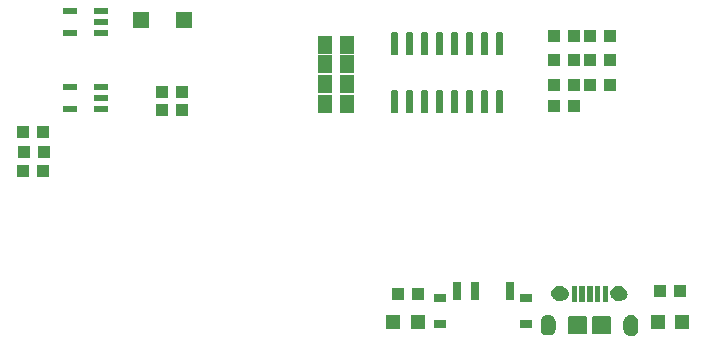
<source format=gbr>
G04 EAGLE Gerber RS-274X export*
G75*
%MOMM*%
%FSLAX34Y34*%
%LPD*%
%INSolderpaste Bottom*%
%IPPOS*%
%AMOC8*
5,1,8,0,0,1.08239X$1,22.5*%
G01*
%ADD10R,1.300000X1.500000*%
%ADD11R,1.100000X1.000000*%
%ADD12R,1.200000X1.200000*%
%ADD13R,1.400000X1.400000*%
%ADD14C,0.040638*%
%ADD15C,0.152400*%
%ADD16R,1.000000X1.100000*%
%ADD17R,1.000000X0.800000*%
%ADD18R,0.700000X1.500000*%
%ADD19C,0.150000*%
%ADD20R,1.200000X0.550000*%

G36*
X1047151Y586665D02*
X1047151Y586665D01*
X1047207Y586666D01*
X1048168Y586774D01*
X1048169Y586774D01*
X1048171Y586774D01*
X1048334Y586812D01*
X1049247Y587131D01*
X1049248Y587132D01*
X1049250Y587132D01*
X1049401Y587205D01*
X1050219Y587720D01*
X1050220Y587720D01*
X1050222Y587721D01*
X1050353Y587826D01*
X1051036Y588510D01*
X1051037Y588511D01*
X1051038Y588511D01*
X1051143Y588643D01*
X1051657Y589462D01*
X1051657Y589463D01*
X1051658Y589464D01*
X1051731Y589615D01*
X1052050Y590528D01*
X1052051Y590529D01*
X1052051Y590530D01*
X1052088Y590694D01*
X1052196Y591655D01*
X1052195Y591684D01*
X1052201Y591740D01*
X1052201Y598090D01*
X1052199Y598105D01*
X1052200Y598119D01*
X1052197Y598133D01*
X1052198Y598165D01*
X1052090Y599255D01*
X1052084Y599278D01*
X1052061Y599401D01*
X1051743Y600449D01*
X1051733Y600471D01*
X1051686Y600587D01*
X1051170Y601553D01*
X1051155Y601572D01*
X1051087Y601677D01*
X1050392Y602524D01*
X1050374Y602540D01*
X1050286Y602630D01*
X1049439Y603325D01*
X1049419Y603337D01*
X1049315Y603408D01*
X1048349Y603924D01*
X1048326Y603932D01*
X1048211Y603981D01*
X1047163Y604299D01*
X1047139Y604302D01*
X1047017Y604328D01*
X1045927Y604436D01*
X1045903Y604434D01*
X1045777Y604436D01*
X1044687Y604328D01*
X1044664Y604322D01*
X1044541Y604299D01*
X1043493Y603981D01*
X1043471Y603971D01*
X1043355Y603924D01*
X1042389Y603408D01*
X1042370Y603393D01*
X1042265Y603325D01*
X1041418Y602630D01*
X1041402Y602612D01*
X1041312Y602524D01*
X1040617Y601677D01*
X1040605Y601657D01*
X1040534Y601553D01*
X1040018Y600587D01*
X1040010Y600564D01*
X1039961Y600449D01*
X1039643Y599401D01*
X1039640Y599377D01*
X1039614Y599255D01*
X1039506Y598165D01*
X1039508Y598138D01*
X1039503Y598090D01*
X1039503Y592756D01*
X1039507Y592732D01*
X1039504Y592711D01*
X1039507Y592697D01*
X1039508Y592671D01*
X1039641Y591484D01*
X1039642Y591482D01*
X1039642Y591481D01*
X1039679Y591318D01*
X1040074Y590190D01*
X1040074Y590189D01*
X1040075Y590188D01*
X1040148Y590037D01*
X1040783Y589025D01*
X1040784Y589024D01*
X1040785Y589023D01*
X1040889Y588892D01*
X1041734Y588047D01*
X1041735Y588047D01*
X1041736Y588046D01*
X1041867Y587941D01*
X1042879Y587306D01*
X1042880Y587305D01*
X1042881Y587304D01*
X1043032Y587232D01*
X1044160Y586837D01*
X1044161Y586837D01*
X1044162Y586836D01*
X1044326Y586799D01*
X1045513Y586666D01*
X1045542Y586667D01*
X1045598Y586661D01*
X1047122Y586661D01*
X1047151Y586665D01*
G37*
G36*
X976539Y586919D02*
X976539Y586919D01*
X976595Y586920D01*
X977669Y587041D01*
X977670Y587041D01*
X977672Y587041D01*
X977835Y587078D01*
X978855Y587435D01*
X978857Y587436D01*
X978858Y587436D01*
X979009Y587509D01*
X979924Y588084D01*
X979925Y588085D01*
X979926Y588086D01*
X980057Y588191D01*
X980821Y588955D01*
X980822Y588956D01*
X980823Y588957D01*
X980928Y589088D01*
X981503Y590003D01*
X981503Y590004D01*
X981504Y590005D01*
X981577Y590157D01*
X981934Y591177D01*
X981934Y591178D01*
X981934Y591179D01*
X981971Y591343D01*
X982092Y592417D01*
X982091Y592446D01*
X982097Y592502D01*
X982097Y598852D01*
X982093Y598881D01*
X982092Y598937D01*
X981978Y599955D01*
X981977Y599956D01*
X981978Y599957D01*
X981940Y600121D01*
X981602Y601087D01*
X981601Y601088D01*
X981601Y601090D01*
X981528Y601241D01*
X980983Y602108D01*
X980982Y602109D01*
X980982Y602110D01*
X980877Y602241D01*
X980153Y602965D01*
X980152Y602966D01*
X980151Y602967D01*
X980020Y603071D01*
X979153Y603616D01*
X979151Y603616D01*
X979150Y603617D01*
X978999Y603690D01*
X978033Y604028D01*
X978031Y604028D01*
X978030Y604029D01*
X977867Y604066D01*
X976849Y604180D01*
X976820Y604179D01*
X976764Y604185D01*
X974732Y604185D01*
X974703Y604181D01*
X974647Y604180D01*
X973629Y604066D01*
X973628Y604065D01*
X973627Y604066D01*
X973463Y604028D01*
X972497Y603690D01*
X972496Y603689D01*
X972494Y603689D01*
X972343Y603616D01*
X971476Y603071D01*
X971475Y603070D01*
X971474Y603070D01*
X971343Y602965D01*
X970619Y602241D01*
X970618Y602240D01*
X970617Y602239D01*
X970513Y602108D01*
X969968Y601241D01*
X969968Y601239D01*
X969967Y601238D01*
X969894Y601087D01*
X969556Y600121D01*
X969556Y600119D01*
X969555Y600118D01*
X969544Y600071D01*
X969540Y600061D01*
X969538Y600041D01*
X969518Y599955D01*
X969404Y598937D01*
X969405Y598908D01*
X969399Y598852D01*
X969399Y591994D01*
X969403Y591965D01*
X969404Y591909D01*
X969512Y590948D01*
X969512Y590947D01*
X969512Y590945D01*
X969550Y590782D01*
X969869Y589869D01*
X969870Y589868D01*
X969870Y589867D01*
X969943Y589716D01*
X970458Y588897D01*
X970458Y588896D01*
X970459Y588894D01*
X970564Y588764D01*
X971248Y588080D01*
X971249Y588079D01*
X971249Y588078D01*
X971381Y587974D01*
X972200Y587459D01*
X972201Y587459D01*
X972202Y587458D01*
X972353Y587385D01*
X973266Y587066D01*
X973267Y587065D01*
X973268Y587065D01*
X973432Y587028D01*
X974393Y586920D01*
X974422Y586921D01*
X974478Y586915D01*
X976510Y586915D01*
X976539Y586919D01*
G37*
G36*
X987461Y616383D02*
X987461Y616383D01*
X987517Y616384D01*
X988648Y616511D01*
X988649Y616511D01*
X988650Y616511D01*
X988814Y616549D01*
X989888Y616925D01*
X989889Y616925D01*
X989890Y616925D01*
X990041Y616999D01*
X991004Y617604D01*
X991005Y617605D01*
X991007Y617605D01*
X991138Y617710D01*
X991942Y618514D01*
X991943Y618516D01*
X991944Y618516D01*
X992048Y618648D01*
X992654Y619611D01*
X992654Y619612D01*
X992655Y619613D01*
X992727Y619764D01*
X993103Y620838D01*
X993103Y620840D01*
X993104Y620841D01*
X993141Y621004D01*
X993268Y622135D01*
X993268Y622148D01*
X993270Y622295D01*
X993162Y623385D01*
X993156Y623408D01*
X993133Y623531D01*
X992815Y624579D01*
X992805Y624601D01*
X992758Y624717D01*
X992242Y625683D01*
X992227Y625702D01*
X992159Y625807D01*
X991464Y626654D01*
X991446Y626670D01*
X991358Y626760D01*
X990511Y627455D01*
X990491Y627467D01*
X990387Y627538D01*
X989421Y628054D01*
X989398Y628062D01*
X989283Y628111D01*
X988235Y628429D01*
X988211Y628432D01*
X988089Y628458D01*
X986999Y628566D01*
X986972Y628564D01*
X986924Y628569D01*
X983876Y628569D01*
X983847Y628565D01*
X983791Y628564D01*
X982773Y628450D01*
X982772Y628449D01*
X982771Y628450D01*
X982607Y628412D01*
X981641Y628074D01*
X981640Y628073D01*
X981638Y628073D01*
X981487Y628000D01*
X980620Y627455D01*
X980619Y627454D01*
X980618Y627454D01*
X980487Y627349D01*
X979763Y626625D01*
X979762Y626624D01*
X979761Y626623D01*
X979657Y626492D01*
X979112Y625625D01*
X979112Y625623D01*
X979111Y625622D01*
X979038Y625471D01*
X978700Y624505D01*
X978700Y624503D01*
X978699Y624502D01*
X978662Y624339D01*
X978548Y623321D01*
X978549Y623292D01*
X978543Y623236D01*
X978543Y622728D01*
X978547Y622702D01*
X978546Y622653D01*
X978654Y621563D01*
X978660Y621540D01*
X978683Y621417D01*
X979001Y620369D01*
X979011Y620347D01*
X979058Y620231D01*
X979574Y619265D01*
X979589Y619246D01*
X979657Y619141D01*
X980352Y618294D01*
X980370Y618278D01*
X980458Y618188D01*
X981305Y617493D01*
X981325Y617481D01*
X981429Y617410D01*
X982395Y616894D01*
X982418Y616886D01*
X982533Y616837D01*
X983581Y616519D01*
X983605Y616516D01*
X983727Y616490D01*
X984817Y616382D01*
X984844Y616384D01*
X984892Y616379D01*
X987432Y616379D01*
X987461Y616383D01*
G37*
G36*
X1037499Y616383D02*
X1037499Y616383D01*
X1037555Y616384D01*
X1038629Y616505D01*
X1038630Y616505D01*
X1038632Y616505D01*
X1038795Y616542D01*
X1039815Y616899D01*
X1039817Y616900D01*
X1039818Y616900D01*
X1039969Y616973D01*
X1040884Y617548D01*
X1040885Y617549D01*
X1040886Y617550D01*
X1041017Y617655D01*
X1041781Y618419D01*
X1041782Y618420D01*
X1041783Y618421D01*
X1041888Y618552D01*
X1042463Y619467D01*
X1042463Y619468D01*
X1042464Y619469D01*
X1042537Y619621D01*
X1042894Y620641D01*
X1042894Y620642D01*
X1042894Y620643D01*
X1042931Y620807D01*
X1043052Y621881D01*
X1043052Y621894D01*
X1043054Y622041D01*
X1042941Y623180D01*
X1042935Y623204D01*
X1042912Y623327D01*
X1042580Y624423D01*
X1042569Y624444D01*
X1042523Y624560D01*
X1041983Y625571D01*
X1041968Y625590D01*
X1041900Y625695D01*
X1041173Y626580D01*
X1041155Y626596D01*
X1041068Y626685D01*
X1040183Y627412D01*
X1040162Y627424D01*
X1040059Y627495D01*
X1039048Y628035D01*
X1039026Y628043D01*
X1038911Y628092D01*
X1037815Y628424D01*
X1037791Y628427D01*
X1037668Y628453D01*
X1036529Y628566D01*
X1036502Y628564D01*
X1036454Y628569D01*
X1033914Y628569D01*
X1033885Y628565D01*
X1033829Y628564D01*
X1032755Y628443D01*
X1032754Y628443D01*
X1032752Y628443D01*
X1032589Y628406D01*
X1031569Y628049D01*
X1031567Y628048D01*
X1031566Y628048D01*
X1031415Y627975D01*
X1030500Y627400D01*
X1030499Y627399D01*
X1030498Y627398D01*
X1030367Y627293D01*
X1029603Y626529D01*
X1029602Y626528D01*
X1029601Y626527D01*
X1029496Y626396D01*
X1028921Y625481D01*
X1028921Y625480D01*
X1028920Y625479D01*
X1028847Y625327D01*
X1028490Y624307D01*
X1028490Y624306D01*
X1028490Y624305D01*
X1028453Y624141D01*
X1028332Y623067D01*
X1028332Y623054D01*
X1028330Y622907D01*
X1028443Y621768D01*
X1028449Y621744D01*
X1028472Y621621D01*
X1028804Y620525D01*
X1028815Y620504D01*
X1028861Y620388D01*
X1029401Y619378D01*
X1029416Y619358D01*
X1029484Y619253D01*
X1030211Y618368D01*
X1030229Y618352D01*
X1030316Y618263D01*
X1031201Y617536D01*
X1031222Y617524D01*
X1031326Y617453D01*
X1032336Y616913D01*
X1032358Y616906D01*
X1032473Y616856D01*
X1033569Y616524D01*
X1033593Y616521D01*
X1033716Y616495D01*
X1034855Y616382D01*
X1034882Y616384D01*
X1034930Y616379D01*
X1037470Y616379D01*
X1037499Y616383D01*
G37*
D10*
X786600Y833000D03*
X805600Y833000D03*
D11*
X665800Y777900D03*
X648800Y777900D03*
D10*
X786600Y783200D03*
X805600Y783200D03*
D11*
X665800Y793000D03*
X648800Y793000D03*
D10*
X786600Y816400D03*
X805600Y816400D03*
X786600Y799800D03*
X805600Y799800D03*
D12*
X1089500Y598300D03*
X1068500Y598300D03*
D13*
X667800Y853700D03*
X630800Y853700D03*
D14*
X1022179Y629002D02*
X1025837Y629002D01*
X1025837Y615946D01*
X1022179Y615946D01*
X1022179Y629002D01*
X1022179Y616332D02*
X1025837Y616332D01*
X1025837Y616718D02*
X1022179Y616718D01*
X1022179Y617104D02*
X1025837Y617104D01*
X1025837Y617490D02*
X1022179Y617490D01*
X1022179Y617876D02*
X1025837Y617876D01*
X1025837Y618262D02*
X1022179Y618262D01*
X1022179Y618648D02*
X1025837Y618648D01*
X1025837Y619034D02*
X1022179Y619034D01*
X1022179Y619420D02*
X1025837Y619420D01*
X1025837Y619806D02*
X1022179Y619806D01*
X1022179Y620192D02*
X1025837Y620192D01*
X1025837Y620578D02*
X1022179Y620578D01*
X1022179Y620964D02*
X1025837Y620964D01*
X1025837Y621350D02*
X1022179Y621350D01*
X1022179Y621736D02*
X1025837Y621736D01*
X1025837Y622122D02*
X1022179Y622122D01*
X1022179Y622508D02*
X1025837Y622508D01*
X1025837Y622894D02*
X1022179Y622894D01*
X1022179Y623280D02*
X1025837Y623280D01*
X1025837Y623666D02*
X1022179Y623666D01*
X1022179Y624052D02*
X1025837Y624052D01*
X1025837Y624438D02*
X1022179Y624438D01*
X1022179Y624824D02*
X1025837Y624824D01*
X1025837Y625210D02*
X1022179Y625210D01*
X1022179Y625596D02*
X1025837Y625596D01*
X1025837Y625982D02*
X1022179Y625982D01*
X1022179Y626368D02*
X1025837Y626368D01*
X1025837Y626754D02*
X1022179Y626754D01*
X1022179Y627140D02*
X1025837Y627140D01*
X1025837Y627526D02*
X1022179Y627526D01*
X1022179Y627912D02*
X1025837Y627912D01*
X1025837Y628298D02*
X1022179Y628298D01*
X1022179Y628684D02*
X1025837Y628684D01*
X1019233Y629002D02*
X1015575Y629002D01*
X1019233Y629002D02*
X1019233Y615946D01*
X1015575Y615946D01*
X1015575Y629002D01*
X1015575Y616332D02*
X1019233Y616332D01*
X1019233Y616718D02*
X1015575Y616718D01*
X1015575Y617104D02*
X1019233Y617104D01*
X1019233Y617490D02*
X1015575Y617490D01*
X1015575Y617876D02*
X1019233Y617876D01*
X1019233Y618262D02*
X1015575Y618262D01*
X1015575Y618648D02*
X1019233Y618648D01*
X1019233Y619034D02*
X1015575Y619034D01*
X1015575Y619420D02*
X1019233Y619420D01*
X1019233Y619806D02*
X1015575Y619806D01*
X1015575Y620192D02*
X1019233Y620192D01*
X1019233Y620578D02*
X1015575Y620578D01*
X1015575Y620964D02*
X1019233Y620964D01*
X1019233Y621350D02*
X1015575Y621350D01*
X1015575Y621736D02*
X1019233Y621736D01*
X1019233Y622122D02*
X1015575Y622122D01*
X1015575Y622508D02*
X1019233Y622508D01*
X1019233Y622894D02*
X1015575Y622894D01*
X1015575Y623280D02*
X1019233Y623280D01*
X1019233Y623666D02*
X1015575Y623666D01*
X1015575Y624052D02*
X1019233Y624052D01*
X1019233Y624438D02*
X1015575Y624438D01*
X1015575Y624824D02*
X1019233Y624824D01*
X1019233Y625210D02*
X1015575Y625210D01*
X1015575Y625596D02*
X1019233Y625596D01*
X1019233Y625982D02*
X1015575Y625982D01*
X1015575Y626368D02*
X1019233Y626368D01*
X1019233Y626754D02*
X1015575Y626754D01*
X1015575Y627140D02*
X1019233Y627140D01*
X1019233Y627526D02*
X1015575Y627526D01*
X1015575Y627912D02*
X1019233Y627912D01*
X1019233Y628298D02*
X1015575Y628298D01*
X1015575Y628684D02*
X1019233Y628684D01*
X1012629Y629002D02*
X1008971Y629002D01*
X1012629Y629002D02*
X1012629Y615946D01*
X1008971Y615946D01*
X1008971Y629002D01*
X1008971Y616332D02*
X1012629Y616332D01*
X1012629Y616718D02*
X1008971Y616718D01*
X1008971Y617104D02*
X1012629Y617104D01*
X1012629Y617490D02*
X1008971Y617490D01*
X1008971Y617876D02*
X1012629Y617876D01*
X1012629Y618262D02*
X1008971Y618262D01*
X1008971Y618648D02*
X1012629Y618648D01*
X1012629Y619034D02*
X1008971Y619034D01*
X1008971Y619420D02*
X1012629Y619420D01*
X1012629Y619806D02*
X1008971Y619806D01*
X1008971Y620192D02*
X1012629Y620192D01*
X1012629Y620578D02*
X1008971Y620578D01*
X1008971Y620964D02*
X1012629Y620964D01*
X1012629Y621350D02*
X1008971Y621350D01*
X1008971Y621736D02*
X1012629Y621736D01*
X1012629Y622122D02*
X1008971Y622122D01*
X1008971Y622508D02*
X1012629Y622508D01*
X1012629Y622894D02*
X1008971Y622894D01*
X1008971Y623280D02*
X1012629Y623280D01*
X1012629Y623666D02*
X1008971Y623666D01*
X1008971Y624052D02*
X1012629Y624052D01*
X1012629Y624438D02*
X1008971Y624438D01*
X1008971Y624824D02*
X1012629Y624824D01*
X1012629Y625210D02*
X1008971Y625210D01*
X1008971Y625596D02*
X1012629Y625596D01*
X1012629Y625982D02*
X1008971Y625982D01*
X1008971Y626368D02*
X1012629Y626368D01*
X1012629Y626754D02*
X1008971Y626754D01*
X1008971Y627140D02*
X1012629Y627140D01*
X1012629Y627526D02*
X1008971Y627526D01*
X1008971Y627912D02*
X1012629Y627912D01*
X1012629Y628298D02*
X1008971Y628298D01*
X1008971Y628684D02*
X1012629Y628684D01*
X1006025Y629002D02*
X1002367Y629002D01*
X1006025Y629002D02*
X1006025Y615946D01*
X1002367Y615946D01*
X1002367Y629002D01*
X1002367Y616332D02*
X1006025Y616332D01*
X1006025Y616718D02*
X1002367Y616718D01*
X1002367Y617104D02*
X1006025Y617104D01*
X1006025Y617490D02*
X1002367Y617490D01*
X1002367Y617876D02*
X1006025Y617876D01*
X1006025Y618262D02*
X1002367Y618262D01*
X1002367Y618648D02*
X1006025Y618648D01*
X1006025Y619034D02*
X1002367Y619034D01*
X1002367Y619420D02*
X1006025Y619420D01*
X1006025Y619806D02*
X1002367Y619806D01*
X1002367Y620192D02*
X1006025Y620192D01*
X1006025Y620578D02*
X1002367Y620578D01*
X1002367Y620964D02*
X1006025Y620964D01*
X1006025Y621350D02*
X1002367Y621350D01*
X1002367Y621736D02*
X1006025Y621736D01*
X1006025Y622122D02*
X1002367Y622122D01*
X1002367Y622508D02*
X1006025Y622508D01*
X1006025Y622894D02*
X1002367Y622894D01*
X1002367Y623280D02*
X1006025Y623280D01*
X1006025Y623666D02*
X1002367Y623666D01*
X1002367Y624052D02*
X1006025Y624052D01*
X1006025Y624438D02*
X1002367Y624438D01*
X1002367Y624824D02*
X1006025Y624824D01*
X1006025Y625210D02*
X1002367Y625210D01*
X1002367Y625596D02*
X1006025Y625596D01*
X1006025Y625982D02*
X1002367Y625982D01*
X1002367Y626368D02*
X1006025Y626368D01*
X1006025Y626754D02*
X1002367Y626754D01*
X1002367Y627140D02*
X1006025Y627140D01*
X1006025Y627526D02*
X1002367Y627526D01*
X1002367Y627912D02*
X1006025Y627912D01*
X1006025Y628298D02*
X1002367Y628298D01*
X1002367Y628684D02*
X1006025Y628684D01*
X999421Y629002D02*
X995763Y629002D01*
X999421Y629002D02*
X999421Y615946D01*
X995763Y615946D01*
X995763Y629002D01*
X995763Y616332D02*
X999421Y616332D01*
X999421Y616718D02*
X995763Y616718D01*
X995763Y617104D02*
X999421Y617104D01*
X999421Y617490D02*
X995763Y617490D01*
X995763Y617876D02*
X999421Y617876D01*
X999421Y618262D02*
X995763Y618262D01*
X995763Y618648D02*
X999421Y618648D01*
X999421Y619034D02*
X995763Y619034D01*
X995763Y619420D02*
X999421Y619420D01*
X999421Y619806D02*
X995763Y619806D01*
X995763Y620192D02*
X999421Y620192D01*
X999421Y620578D02*
X995763Y620578D01*
X995763Y620964D02*
X999421Y620964D01*
X999421Y621350D02*
X995763Y621350D01*
X995763Y621736D02*
X999421Y621736D01*
X999421Y622122D02*
X995763Y622122D01*
X995763Y622508D02*
X999421Y622508D01*
X999421Y622894D02*
X995763Y622894D01*
X995763Y623280D02*
X999421Y623280D01*
X999421Y623666D02*
X995763Y623666D01*
X995763Y624052D02*
X999421Y624052D01*
X999421Y624438D02*
X995763Y624438D01*
X995763Y624824D02*
X999421Y624824D01*
X999421Y625210D02*
X995763Y625210D01*
X995763Y625596D02*
X999421Y625596D01*
X999421Y625982D02*
X995763Y625982D01*
X995763Y626368D02*
X999421Y626368D01*
X999421Y626754D02*
X995763Y626754D01*
X995763Y627140D02*
X999421Y627140D01*
X999421Y627526D02*
X995763Y627526D01*
X995763Y627912D02*
X999421Y627912D01*
X999421Y628298D02*
X995763Y628298D01*
X995763Y628684D02*
X999421Y628684D01*
D15*
X1014102Y602408D02*
X1027818Y602408D01*
X1027818Y588692D01*
X1014102Y588692D01*
X1014102Y602408D01*
X1014102Y590140D02*
X1027818Y590140D01*
X1027818Y591588D02*
X1014102Y591588D01*
X1014102Y593036D02*
X1027818Y593036D01*
X1027818Y594484D02*
X1014102Y594484D01*
X1014102Y595932D02*
X1027818Y595932D01*
X1027818Y597380D02*
X1014102Y597380D01*
X1014102Y598828D02*
X1027818Y598828D01*
X1027818Y600276D02*
X1014102Y600276D01*
X1014102Y601724D02*
X1027818Y601724D01*
X1007498Y602408D02*
X993782Y602408D01*
X1007498Y602408D02*
X1007498Y588692D01*
X993782Y588692D01*
X993782Y602408D01*
X993782Y590140D02*
X1007498Y590140D01*
X1007498Y591588D02*
X993782Y591588D01*
X993782Y593036D02*
X1007498Y593036D01*
X1007498Y594484D02*
X993782Y594484D01*
X993782Y595932D02*
X1007498Y595932D01*
X1007498Y597380D02*
X993782Y597380D01*
X993782Y598828D02*
X1007498Y598828D01*
X1007498Y600276D02*
X993782Y600276D01*
X993782Y601724D02*
X1007498Y601724D01*
D12*
X865400Y598300D03*
X844400Y598300D03*
D16*
X980600Y819800D03*
X997600Y819800D03*
X980800Y840300D03*
X997800Y840300D03*
D11*
X1087600Y624200D03*
X1070600Y624200D03*
X531700Y742400D03*
X548700Y742400D03*
D16*
X866000Y622000D03*
X849000Y622000D03*
X980500Y799300D03*
X997500Y799300D03*
D11*
X548500Y759200D03*
X531500Y759200D03*
X980500Y781500D03*
X997500Y781500D03*
X548500Y726000D03*
X531500Y726000D03*
D17*
X957500Y596400D03*
X957500Y618400D03*
X884500Y618400D03*
X884500Y596400D03*
D18*
X898500Y624900D03*
X913500Y624900D03*
X943500Y624900D03*
D19*
X843800Y825500D02*
X843800Y843000D01*
X848300Y843000D01*
X848300Y825500D01*
X843800Y825500D01*
X843800Y826925D02*
X848300Y826925D01*
X848300Y828350D02*
X843800Y828350D01*
X843800Y829775D02*
X848300Y829775D01*
X848300Y831200D02*
X843800Y831200D01*
X843800Y832625D02*
X848300Y832625D01*
X848300Y834050D02*
X843800Y834050D01*
X843800Y835475D02*
X848300Y835475D01*
X848300Y836900D02*
X843800Y836900D01*
X843800Y838325D02*
X848300Y838325D01*
X848300Y839750D02*
X843800Y839750D01*
X843800Y841175D02*
X848300Y841175D01*
X848300Y842600D02*
X843800Y842600D01*
X856500Y843000D02*
X856500Y825500D01*
X856500Y843000D02*
X861000Y843000D01*
X861000Y825500D01*
X856500Y825500D01*
X856500Y826925D02*
X861000Y826925D01*
X861000Y828350D02*
X856500Y828350D01*
X856500Y829775D02*
X861000Y829775D01*
X861000Y831200D02*
X856500Y831200D01*
X856500Y832625D02*
X861000Y832625D01*
X861000Y834050D02*
X856500Y834050D01*
X856500Y835475D02*
X861000Y835475D01*
X861000Y836900D02*
X856500Y836900D01*
X856500Y838325D02*
X861000Y838325D01*
X861000Y839750D02*
X856500Y839750D01*
X856500Y841175D02*
X861000Y841175D01*
X861000Y842600D02*
X856500Y842600D01*
X869200Y843000D02*
X869200Y825500D01*
X869200Y843000D02*
X873700Y843000D01*
X873700Y825500D01*
X869200Y825500D01*
X869200Y826925D02*
X873700Y826925D01*
X873700Y828350D02*
X869200Y828350D01*
X869200Y829775D02*
X873700Y829775D01*
X873700Y831200D02*
X869200Y831200D01*
X869200Y832625D02*
X873700Y832625D01*
X873700Y834050D02*
X869200Y834050D01*
X869200Y835475D02*
X873700Y835475D01*
X873700Y836900D02*
X869200Y836900D01*
X869200Y838325D02*
X873700Y838325D01*
X873700Y839750D02*
X869200Y839750D01*
X869200Y841175D02*
X873700Y841175D01*
X873700Y842600D02*
X869200Y842600D01*
X881900Y843000D02*
X881900Y825500D01*
X881900Y843000D02*
X886400Y843000D01*
X886400Y825500D01*
X881900Y825500D01*
X881900Y826925D02*
X886400Y826925D01*
X886400Y828350D02*
X881900Y828350D01*
X881900Y829775D02*
X886400Y829775D01*
X886400Y831200D02*
X881900Y831200D01*
X881900Y832625D02*
X886400Y832625D01*
X886400Y834050D02*
X881900Y834050D01*
X881900Y835475D02*
X886400Y835475D01*
X886400Y836900D02*
X881900Y836900D01*
X881900Y838325D02*
X886400Y838325D01*
X886400Y839750D02*
X881900Y839750D01*
X881900Y841175D02*
X886400Y841175D01*
X886400Y842600D02*
X881900Y842600D01*
X894600Y843000D02*
X894600Y825500D01*
X894600Y843000D02*
X899100Y843000D01*
X899100Y825500D01*
X894600Y825500D01*
X894600Y826925D02*
X899100Y826925D01*
X899100Y828350D02*
X894600Y828350D01*
X894600Y829775D02*
X899100Y829775D01*
X899100Y831200D02*
X894600Y831200D01*
X894600Y832625D02*
X899100Y832625D01*
X899100Y834050D02*
X894600Y834050D01*
X894600Y835475D02*
X899100Y835475D01*
X899100Y836900D02*
X894600Y836900D01*
X894600Y838325D02*
X899100Y838325D01*
X899100Y839750D02*
X894600Y839750D01*
X894600Y841175D02*
X899100Y841175D01*
X899100Y842600D02*
X894600Y842600D01*
X907300Y843000D02*
X907300Y825500D01*
X907300Y843000D02*
X911800Y843000D01*
X911800Y825500D01*
X907300Y825500D01*
X907300Y826925D02*
X911800Y826925D01*
X911800Y828350D02*
X907300Y828350D01*
X907300Y829775D02*
X911800Y829775D01*
X911800Y831200D02*
X907300Y831200D01*
X907300Y832625D02*
X911800Y832625D01*
X911800Y834050D02*
X907300Y834050D01*
X907300Y835475D02*
X911800Y835475D01*
X911800Y836900D02*
X907300Y836900D01*
X907300Y838325D02*
X911800Y838325D01*
X911800Y839750D02*
X907300Y839750D01*
X907300Y841175D02*
X911800Y841175D01*
X911800Y842600D02*
X907300Y842600D01*
X920000Y843000D02*
X920000Y825500D01*
X920000Y843000D02*
X924500Y843000D01*
X924500Y825500D01*
X920000Y825500D01*
X920000Y826925D02*
X924500Y826925D01*
X924500Y828350D02*
X920000Y828350D01*
X920000Y829775D02*
X924500Y829775D01*
X924500Y831200D02*
X920000Y831200D01*
X920000Y832625D02*
X924500Y832625D01*
X924500Y834050D02*
X920000Y834050D01*
X920000Y835475D02*
X924500Y835475D01*
X924500Y836900D02*
X920000Y836900D01*
X920000Y838325D02*
X924500Y838325D01*
X924500Y839750D02*
X920000Y839750D01*
X920000Y841175D02*
X924500Y841175D01*
X924500Y842600D02*
X920000Y842600D01*
X932700Y843000D02*
X932700Y825500D01*
X932700Y843000D02*
X937200Y843000D01*
X937200Y825500D01*
X932700Y825500D01*
X932700Y826925D02*
X937200Y826925D01*
X937200Y828350D02*
X932700Y828350D01*
X932700Y829775D02*
X937200Y829775D01*
X937200Y831200D02*
X932700Y831200D01*
X932700Y832625D02*
X937200Y832625D01*
X937200Y834050D02*
X932700Y834050D01*
X932700Y835475D02*
X937200Y835475D01*
X937200Y836900D02*
X932700Y836900D01*
X932700Y838325D02*
X937200Y838325D01*
X937200Y839750D02*
X932700Y839750D01*
X932700Y841175D02*
X937200Y841175D01*
X937200Y842600D02*
X932700Y842600D01*
X932700Y793900D02*
X932700Y776400D01*
X932700Y793900D02*
X937200Y793900D01*
X937200Y776400D01*
X932700Y776400D01*
X932700Y777825D02*
X937200Y777825D01*
X937200Y779250D02*
X932700Y779250D01*
X932700Y780675D02*
X937200Y780675D01*
X937200Y782100D02*
X932700Y782100D01*
X932700Y783525D02*
X937200Y783525D01*
X937200Y784950D02*
X932700Y784950D01*
X932700Y786375D02*
X937200Y786375D01*
X937200Y787800D02*
X932700Y787800D01*
X932700Y789225D02*
X937200Y789225D01*
X937200Y790650D02*
X932700Y790650D01*
X932700Y792075D02*
X937200Y792075D01*
X937200Y793500D02*
X932700Y793500D01*
X920000Y793900D02*
X920000Y776400D01*
X920000Y793900D02*
X924500Y793900D01*
X924500Y776400D01*
X920000Y776400D01*
X920000Y777825D02*
X924500Y777825D01*
X924500Y779250D02*
X920000Y779250D01*
X920000Y780675D02*
X924500Y780675D01*
X924500Y782100D02*
X920000Y782100D01*
X920000Y783525D02*
X924500Y783525D01*
X924500Y784950D02*
X920000Y784950D01*
X920000Y786375D02*
X924500Y786375D01*
X924500Y787800D02*
X920000Y787800D01*
X920000Y789225D02*
X924500Y789225D01*
X924500Y790650D02*
X920000Y790650D01*
X920000Y792075D02*
X924500Y792075D01*
X924500Y793500D02*
X920000Y793500D01*
X907300Y793900D02*
X907300Y776400D01*
X907300Y793900D02*
X911800Y793900D01*
X911800Y776400D01*
X907300Y776400D01*
X907300Y777825D02*
X911800Y777825D01*
X911800Y779250D02*
X907300Y779250D01*
X907300Y780675D02*
X911800Y780675D01*
X911800Y782100D02*
X907300Y782100D01*
X907300Y783525D02*
X911800Y783525D01*
X911800Y784950D02*
X907300Y784950D01*
X907300Y786375D02*
X911800Y786375D01*
X911800Y787800D02*
X907300Y787800D01*
X907300Y789225D02*
X911800Y789225D01*
X911800Y790650D02*
X907300Y790650D01*
X907300Y792075D02*
X911800Y792075D01*
X911800Y793500D02*
X907300Y793500D01*
X894600Y793900D02*
X894600Y776400D01*
X894600Y793900D02*
X899100Y793900D01*
X899100Y776400D01*
X894600Y776400D01*
X894600Y777825D02*
X899100Y777825D01*
X899100Y779250D02*
X894600Y779250D01*
X894600Y780675D02*
X899100Y780675D01*
X899100Y782100D02*
X894600Y782100D01*
X894600Y783525D02*
X899100Y783525D01*
X899100Y784950D02*
X894600Y784950D01*
X894600Y786375D02*
X899100Y786375D01*
X899100Y787800D02*
X894600Y787800D01*
X894600Y789225D02*
X899100Y789225D01*
X899100Y790650D02*
X894600Y790650D01*
X894600Y792075D02*
X899100Y792075D01*
X899100Y793500D02*
X894600Y793500D01*
X881900Y793900D02*
X881900Y776400D01*
X881900Y793900D02*
X886400Y793900D01*
X886400Y776400D01*
X881900Y776400D01*
X881900Y777825D02*
X886400Y777825D01*
X886400Y779250D02*
X881900Y779250D01*
X881900Y780675D02*
X886400Y780675D01*
X886400Y782100D02*
X881900Y782100D01*
X881900Y783525D02*
X886400Y783525D01*
X886400Y784950D02*
X881900Y784950D01*
X881900Y786375D02*
X886400Y786375D01*
X886400Y787800D02*
X881900Y787800D01*
X881900Y789225D02*
X886400Y789225D01*
X886400Y790650D02*
X881900Y790650D01*
X881900Y792075D02*
X886400Y792075D01*
X886400Y793500D02*
X881900Y793500D01*
X869200Y793900D02*
X869200Y776400D01*
X869200Y793900D02*
X873700Y793900D01*
X873700Y776400D01*
X869200Y776400D01*
X869200Y777825D02*
X873700Y777825D01*
X873700Y779250D02*
X869200Y779250D01*
X869200Y780675D02*
X873700Y780675D01*
X873700Y782100D02*
X869200Y782100D01*
X869200Y783525D02*
X873700Y783525D01*
X873700Y784950D02*
X869200Y784950D01*
X869200Y786375D02*
X873700Y786375D01*
X873700Y787800D02*
X869200Y787800D01*
X869200Y789225D02*
X873700Y789225D01*
X873700Y790650D02*
X869200Y790650D01*
X869200Y792075D02*
X873700Y792075D01*
X873700Y793500D02*
X869200Y793500D01*
X856500Y793900D02*
X856500Y776400D01*
X856500Y793900D02*
X861000Y793900D01*
X861000Y776400D01*
X856500Y776400D01*
X856500Y777825D02*
X861000Y777825D01*
X861000Y779250D02*
X856500Y779250D01*
X856500Y780675D02*
X861000Y780675D01*
X861000Y782100D02*
X856500Y782100D01*
X856500Y783525D02*
X861000Y783525D01*
X861000Y784950D02*
X856500Y784950D01*
X856500Y786375D02*
X861000Y786375D01*
X861000Y787800D02*
X856500Y787800D01*
X856500Y789225D02*
X861000Y789225D01*
X861000Y790650D02*
X856500Y790650D01*
X856500Y792075D02*
X861000Y792075D01*
X861000Y793500D02*
X856500Y793500D01*
X843800Y793900D02*
X843800Y776400D01*
X843800Y793900D02*
X848300Y793900D01*
X848300Y776400D01*
X843800Y776400D01*
X843800Y777825D02*
X848300Y777825D01*
X848300Y779250D02*
X843800Y779250D01*
X843800Y780675D02*
X848300Y780675D01*
X848300Y782100D02*
X843800Y782100D01*
X843800Y783525D02*
X848300Y783525D01*
X848300Y784950D02*
X843800Y784950D01*
X843800Y786375D02*
X848300Y786375D01*
X848300Y787800D02*
X843800Y787800D01*
X843800Y789225D02*
X848300Y789225D01*
X848300Y790650D02*
X843800Y790650D01*
X843800Y792075D02*
X848300Y792075D01*
X848300Y793500D02*
X843800Y793500D01*
D20*
X597401Y861800D03*
X597401Y852300D03*
X597401Y842800D03*
X571399Y842800D03*
X571399Y861800D03*
X597401Y797700D03*
X597401Y788200D03*
X597401Y778700D03*
X571399Y778700D03*
X571399Y797700D03*
D16*
X1028000Y799400D03*
X1011000Y799400D03*
X1028000Y840300D03*
X1011000Y840300D03*
X1028000Y819900D03*
X1011000Y819900D03*
M02*

</source>
